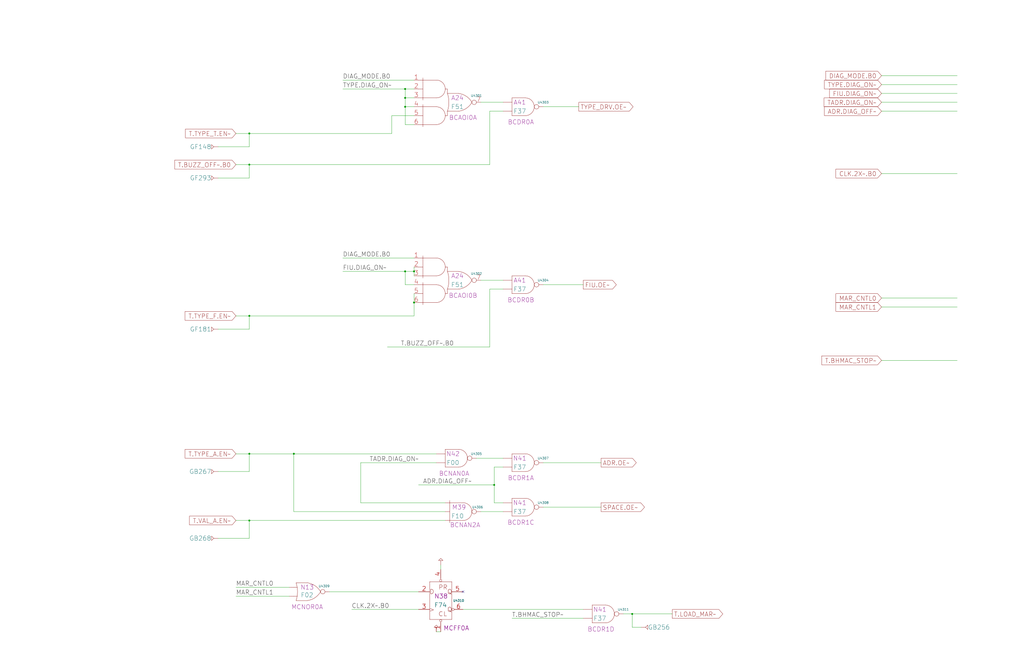
<source format=kicad_sch>
(kicad_sch (version 20250114) (generator "eeschema") (generator_version "9.0")
  (paper "User" 584.2 378.46)
  (title_block (title "BUS CONTROL") (date "15-MAR-90") (rev "1.0") (comment 1 "TYPE") (comment 2 "232-003062") (comment 3 "S400") (comment 4 "RELEASED"))
  (lib_symbols
    (symbol "r1000:F00" (pin_numbers (hide yes)) (pin_names (hide yes))
      (property "Reference" "U" (at 15.24 0 0))
      (property "Value" "F00" (at 1.905 -5.08 0))
      (property "Location" "___" (at 1.905 0 0))
      (property "Name" "______" (at 2.54 -12.7 0))
      (symbol "F00_0_1"
        (polyline (pts (xy -2.54 2.54) (xy -2.54 -7.62)) (stroke (width 0.1524)))
        (polyline (pts (xy -2.54 2.54) (xy 5.08 2.54)) (stroke (width 0.1524)))
        (polyline (pts (xy -2.54 -7.62) (xy 5.08 -7.62)) (stroke (width 0.1524)))
        (arc (start 5.08 2.54) (mid 10.1281 -2.54) (end 5.08 -7.62) (stroke (width 0.1524)))
        (circle (center 11.43 -2.54) (radius 1.27) (stroke (width 0.1524)))
      )
      (symbol "F00_0_2"
        (arc (start -3.175 2.54) (mid -2.134 -2.54) (end -3.175 -7.62) (stroke (width 0.1524)))
        (circle (center -3.81 0) (radius 1.27) (stroke (width 0.1524)))
        (circle (center -3.81 -5.08) (radius 1.27) (stroke (width 0.1524)))
        (polyline (pts (xy -3.175 2.54) (xy 3.81 2.54)) (stroke (width 0.1524)))
        (polyline (pts (xy -3.175 -7.62) (xy 3.81 -7.62)) (stroke (width 0.1524)))
        (arc (start 3.81 2.54) (mid 7.5828 0.7472) (end 10.16 -2.54) (stroke (width 0.1524)))
        (arc (start 10.16 -2.54) (mid 7.5855 -5.8306) (end 3.81 -7.62) (stroke (width 0.1524)))
      )
      (symbol "F00_1_1"
        (pin input line (at -7.62 0 0) (length 5.08) (name "D0") (number "1"))
        (pin input line (at -7.62 -5.08 0) (length 5.08) (name "D1") (number "2"))
        (pin output line (at 15.24 -2.54 180) (length 2.54) (name "Q") (number "3"))
      )
      (symbol "F00_1_2"
        (pin input line (at -7.62 0 0) (length 2.54) (name "D0") (number "1"))
        (pin input line (at -7.62 -5.08 0) (length 2.54) (name "D1") (number "2"))
        (pin output line (at 15.24 -2.54 180) (length 5.08) (name "Q") (number "3"))
      )
    )
    (symbol "r1000:F02" (pin_numbers (hide yes)) (pin_names (hide yes))
      (property "Reference" "U" (at 12.16 0.635 0))
      (property "Value" "F02" (at -1.27 -4.445 0))
      (property "Location" "___" (at 2.54 0 0))
      (property "Name" "______" (at 2.54 -12.7 0))
      (symbol "F02_0_1"
        (arc (start -3.81 2.54) (mid -2.9847 -2.54) (end -3.81 -7.62) (stroke (width 0.1524)))
        (polyline (pts (xy -5.08 0) (xy -3.175 0)) (stroke (width 0.1524)))
        (polyline (pts (xy -5.08 -5.08) (xy -3.175 -5.08)) (stroke (width 0.1524)))
        (polyline (pts (xy -3.81 2.54) (xy 2.54 2.54)) (stroke (width 0.1524)))
        (polyline (pts (xy -3.81 -7.62) (xy 2.54 -7.62)) (stroke (width 0.1524)))
        (arc (start 2.54 2.54) (mid 6.9477 0.8966) (end 10.16 -2.54) (stroke (width 0.1524)))
        (arc (start 10.16 -2.54) (mid 6.9515 -5.9823) (end 2.54 -7.62) (stroke (width 0.1524)))
        (circle (center 11.43 -2.54) (radius 1.27) (stroke (width 0.1524)))
        (polyline (pts (xy 13.97 -2.54) (xy 12.7 -2.54)) (stroke (width 0.1524)))
      )
      (symbol "F02_0_2"
        (circle (center -3.81 0) (radius 1.27) (stroke (width 0.1524)))
        (circle (center -3.81 -5.08) (radius 1.27) (stroke (width 0.1524)))
        (polyline (pts (xy -2.54 2.54) (xy -2.54 -7.62)) (stroke (width 0.1524)))
        (polyline (pts (xy -2.54 2.54) (xy 5.08 2.54)) (stroke (width 0.1524)))
        (polyline (pts (xy -2.54 -7.62) (xy 5.08 -7.62)) (stroke (width 0.1524)))
        (arc (start 5.08 2.54) (mid 10.1281 -2.54) (end 5.08 -7.62) (stroke (width 0.1524)))
        (polyline (pts (xy 11.43 -2.54) (xy 10.16 -2.54)) (stroke (width 0.1524)))
        (polyline (pts (xy 11.43 -2.54) (xy 12.7 -2.54)) (stroke (width 0.1524)))
      )
      (symbol "F02_1_1"
        (pin input line (at -7.62 0 0) (length 2.54) (name "D0") (number "1"))
        (pin input line (at -7.62 -5.08 0) (length 2.54) (name "D1") (number "2"))
        (pin output line (at 15.24 -2.54 180) (length 1.27) (name "Q") (number "3"))
      )
      (symbol "F02_1_2"
        (pin input line (at -7.62 0 0) (length 2.54) (name "D0") (number "1"))
        (pin input line (at -7.62 -5.08 0) (length 2.54) (name "D1") (number "2"))
        (pin output line (at 15.24 -2.54 180) (length 2.54) (name "Q") (number "3"))
      )
    )
    (symbol "r1000:F10" (pin_numbers (hide yes)) (pin_names (hide yes))
      (property "Reference" "U" (at 13.335 0 0))
      (property "Value" "F10" (at 5.715 -5.08 0))
      (property "Location" "___" (at -1.27 0 0))
      (property "Name" "______" (at -2.54 -10.16 0))
      (symbol "F10_0_1"
        (polyline (pts (xy -2.54 3.81) (xy -2.54 -8.89)) (stroke (width 0.1524)))
        (polyline (pts (xy -2.54 2.54) (xy 5.08 2.54)) (stroke (width 0.1524)))
        (polyline (pts (xy -2.54 -7.62) (xy 5.08 -7.62)) (stroke (width 0.1524)))
        (arc (start 5.08 2.54) (mid 10.1281 -2.54) (end 5.08 -7.62) (stroke (width 0.1524)))
        (circle (center 11.43 -2.54) (radius 1.27) (stroke (width 0.1524)))
      )
      (symbol "F10_0_2"
        (arc (start -2.54 2.54) (mid -1.8195 -2.54) (end -2.54 -7.62) (stroke (width 0.1524)))
        (polyline (pts (xy -4.445 -2.54) (xy -5.08 -2.54)) (stroke (width 0.1524)))
        (circle (center -3.81 2.54) (radius 1.27) (stroke (width 0.1524)))
        (circle (center -3.81 -7.62) (radius 1.27) (stroke (width 0.1524)))
        (circle (center -3.175 -2.54) (radius 1.27) (stroke (width 0.1524)))
        (polyline (pts (xy -2.54 2.54) (xy 5.08 2.54)) (stroke (width 0.1524)))
        (polyline (pts (xy -2.54 -7.62) (xy 5.08 -7.62)) (stroke (width 0.1524)))
        (arc (start 5.08 2.54) (mid 8.4807 0.6111) (end 10.795 -2.54) (stroke (width 0.1524)))
        (arc (start 10.795 -2.54) (mid 8.4844 -5.6952) (end 5.08 -7.62) (stroke (width 0.1524)))
        (polyline (pts (xy 10.795 -2.54) (xy 12.7 -2.54)) (stroke (width 0.1524)))
      )
      (symbol "F10_1_1"
        (pin input line (at -5.08 2.54 0) (length 2.54) (name "D0") (number "1"))
        (pin input line (at -5.08 -2.54 0) (length 2.54) (name "D1") (number "2"))
        (pin input line (at -5.08 -7.62 0) (length 2.54) (name "D2") (number "3"))
        (pin output line (at 15.24 -2.54 180) (length 2.54) (name "Q") (number "4"))
      )
      (symbol "F10_1_2"
        (pin input line (at -5.08 2.54 0) (length 0) (name "D0") (number "1"))
        (pin input line (at -5.08 -2.54 0) (length 0) (name "D1") (number "2"))
        (pin input line (at -5.08 -7.62 0) (length 0) (name "D2") (number "3"))
        (pin output line (at 15.24 -2.54 180) (length 2.54) (name "Q") (number "4"))
      )
    )
    (symbol "r1000:F37" (pin_numbers (hide yes)) (pin_names (offset 0) (hide yes))
      (property "Reference" "U" (at 15.24 0 0))
      (property "Value" "F37" (at 1.905 -5.08 0))
      (property "Location" "___" (at 1.905 0 0))
      (property "Name" "______" (at 2.54 -12.7 0))
      (symbol "F37_0_1"
        (polyline (pts (xy -2.54 2.54) (xy -2.54 -7.62)) (stroke (width 0.1524)))
        (polyline (pts (xy -2.54 2.54) (xy 5.08 2.54)) (stroke (width 0.1524)))
        (polyline (pts (xy -2.54 -7.62) (xy 5.08 -7.62)) (stroke (width 0.1524)))
        (arc (start 5.08 2.54) (mid 10.1281 -2.54) (end 5.08 -7.62) (stroke (width 0.1524)))
        (circle (center 11.43 -2.54) (radius 1.27) (stroke (width 0.1524)))
      )
      (symbol "F37_0_2"
        (arc (start -3.175 2.54) (mid -2.134 -2.54) (end -3.175 -7.62) (stroke (width 0.1524)))
        (circle (center -3.81 0) (radius 1.27) (stroke (width 0.1524)))
        (circle (center -3.81 -5.08) (radius 1.27) (stroke (width 0.1524)))
        (polyline (pts (xy -3.175 2.54) (xy 3.81 2.54)) (stroke (width 0.1524)))
        (polyline (pts (xy -3.175 -7.62) (xy 3.81 -7.62)) (stroke (width 0.1524)))
        (arc (start 3.81 2.54) (mid 7.5828 0.7472) (end 10.16 -2.54) (stroke (width 0.1524)))
        (arc (start 10.16 -2.54) (mid 7.5855 -5.8306) (end 3.81 -7.62) (stroke (width 0.1524)))
      )
      (symbol "F37_1_1"
        (pin input line (at -7.62 0 0) (length 5.08) (name "D0") (number "1"))
        (pin input line (at -7.62 -5.08 0) (length 5.08) (name "D1") (number "2"))
        (pin output line (at 15.24 -2.54 180) (length 2.54) (name "Q") (number "3"))
      )
      (symbol "F37_1_2"
        (pin input line (at -7.62 0 0) (length 2.54) (name "D0") (number "1"))
        (pin input line (at -7.62 -5.08 0) (length 2.54) (name "D1") (number "2"))
        (pin output line (at 15.24 -2.54 180) (length 5.08) (name "Q") (number "3"))
      )
    )
    (symbol "r1000:F51" (pin_names (hide yes))
      (property "Reference" "U" (at 12.7 1.27 0))
      (property "Value" "F51" (at 1.905 -5.08 0))
      (property "Location" "___" (at 1.905 0 0))
      (property "Name" "______" (at 5.08 -12.7 0))
      (symbol "F51_0_0"
        (polyline (pts (xy -20.32 10.16) (xy -17.78 10.16)) (stroke (width 0.1524)))
        (polyline (pts (xy -20.32 5.08) (xy -17.78 5.08)) (stroke (width 0.1524)))
        (polyline (pts (xy -20.32 0) (xy -17.78 0)) (stroke (width 0.1524)))
        (polyline (pts (xy -20.32 -5.08) (xy -17.78 -5.08)) (stroke (width 0.1524)))
        (polyline (pts (xy -20.32 -10.16) (xy -17.78 -10.16)) (stroke (width 0.1524)))
        (polyline (pts (xy -20.32 -15.24) (xy -17.78 -15.24)) (stroke (width 0.1524)))
        (arc (start -3.8173 2.54) (mid -2.9926 -2.54) (end -3.8173 -7.62) (stroke (width 0.1524)))
        (polyline (pts (xy -17.78 11.43) (xy -17.78 -1.27)) (stroke (width 0.1524)))
        (polyline (pts (xy -17.78 -3.81) (xy -17.78 -16.51)) (stroke (width 0.1524)))
        (polyline (pts (xy -10.16 10.16) (xy -17.78 10.16)) (stroke (width 0.1524)))
        (arc (start -10.16 10.16) (mid -6.5679 8.6721) (end -5.08 5.08) (stroke (width 0.1524)))
        (arc (start -5.08 5.08) (mid -6.5679 1.4879) (end -10.16 0) (stroke (width 0.1524)))
        (polyline (pts (xy -10.16 0) (xy -17.78 0)) (stroke (width 0.1524)))
        (polyline (pts (xy -10.16 -5.08) (xy -17.78 -5.08)) (stroke (width 0.1524)))
        (arc (start -10.16 -5.08) (mid -6.5679 -6.5679) (end -5.08 -10.16) (stroke (width 0.1524)))
        (arc (start -5.08 -10.16) (mid -6.5679 -13.7521) (end -10.16 -15.24) (stroke (width 0.1524)))
        (polyline (pts (xy -10.16 -15.24) (xy -17.78 -15.24)) (stroke (width 0.1524)))
        (polyline (pts (xy -5.08 5.08) (xy -3.81 5.08) (xy -3.81 2.54)) (stroke (width 0.1524)))
        (polyline (pts (xy -5.08 -10.16) (xy -3.81 -10.16) (xy -3.81 -7.62)) (stroke (width 0.1524)))
        (polyline (pts (xy -3.81 2.54) (xy 2.54 2.54)) (stroke (width 0.1524)))
        (polyline (pts (xy -3.81 -7.62) (xy 2.54 -7.62)) (stroke (width 0.1524)))
        (arc (start 10.16 -2.54) (mid 6.9504 -5.9807) (end 2.54 -7.62) (stroke (width 0.1524)))
        (arc (start 2.54 2.54) (mid 6.9516 0.9024) (end 10.16 -2.54) (stroke (width 0.1524)))
        (circle (center 11.43 -2.54) (radius 1.27) (stroke (width 0.1524)))
      )
      (symbol "F51_1_1"
        (pin input line (at -22.86 10.16 0) (length 2.54) (name "A1") (number "1"))
        (pin input line (at -22.86 5.08 0) (length 2.54) (name "A2") (number "2"))
        (pin input line (at -22.86 0 0) (length 2.54) (name "A3") (number "3"))
        (pin input line (at -22.86 -5.08 0) (length 2.54) (name "B1") (number "4"))
        (pin input line (at -22.86 -10.16 0) (length 2.54) (name "B2") (number "5"))
        (pin input line (at -22.86 -15.24 0) (length 2.54) (name "B3") (number "6"))
        (pin output line (at 15.24 -2.54 180) (length 2.54) (name "Q") (number "7"))
      )
    )
    (symbol "r1000:F74" (pin_names (offset 1.016) (hide yes))
      (property "Reference" "U" (at 12.7 -2.54 0))
      (property "Value" "F74" (at -1.27 -5.08 0))
      (property "Location" "___" (at -1.27 0 0))
      (property "Name" "______" (at 11.43 -19.685 0))
      (symbol "F74_0_1"
        (rectangle (start -3.81 8.255) (end 8.89 -13.335) (stroke (width 0.1524)))
        (polyline (pts (xy 2.54 10.16) (xy 2.54 9.525)) (stroke (width 0.1524)))
        (polyline (pts (xy 2.54 -15.24) (xy 2.54 -14.605)) (stroke (width 0.1524)))
      )
      (symbol "F74_1_1"
        (circle (center 2.54 8.89) (radius 0.635))
        (circle (center 2.54 -13.97) (radius 0.635))
        (circle (center 9.525 -7.62) (radius 0.635))
        (text "D" (at -2.54 2.54 0) (effects (font (size 2.54 2.54))))
        (text ">" (at -2.54 -7.62 0) (effects (font (size 2.54 2.54))))
        (text "P" (at 2.54 5.08 0) (effects (font (size 2.54 2.54))))
        (text "C" (at 2.54 -10.16 0) (effects (font (size 2.54 2.54))))
        (text "R" (at 5.08 5.08 0) (effects (font (size 2.54 2.54))))
        (text "L" (at 5.08 -10.16 0) (effects (font (size 2.54 2.54))))
        (text "Q" (at 7.62 2.54 0) (effects (font (size 2.54 2.54))))
        (text "Q" (at 7.62 -7.62 0) (effects (font (size 2.54 2.54))))
        (pin input line (at -10.16 2.54 0) (length 6.35) (name "D") (number "2"))
        (pin input line (at -10.16 -7.62 0) (length 6.35) (name "CLK") (number "3"))
        (pin input line (at 2.54 15.24 270) (length 5.08) (name "PR_") (number "4"))
        (pin input line (at 2.54 -20.32 90) (length 5.08) (name "CL_") (number "1"))
        (pin output line (at 15.24 2.54 180) (length 6.35) (name "Q") (number "5"))
        (pin output line (at 15.24 -7.62 180) (length 5.08) (name "Q_") (number "6"))
      )
    )
    (symbol "r1000:GB" (pin_numbers (hide yes)) (pin_names (offset 0) (hide yes))
      (property "Reference" "GB" (at 3.81 0 0))
      (symbol "GB_0_1"
        (polyline (pts (xy 2.54 0) (xy 3.81 1.27) (xy 3.81 -1.27) (xy 2.54 0)) (stroke (width 0.1524)))
      )
      (symbol "GB_1_1"
        (pin bidirectional line (at 0 0 0) (length 2.54) (name "") (number "1"))
      )
    )
    (symbol "r1000:GF" (pin_numbers (hide yes)) (pin_names (offset 0) (hide yes))
      (property "Reference" "GF" (at 3.81 0 0))
      (symbol "GF_0_1"
        (polyline (pts (xy 2.54 0) (xy 3.81 1.27) (xy 3.81 -1.27) (xy 2.54 0)) (stroke (width 0.1524)))
      )
      (symbol "GF_1_1"
        (pin bidirectional line (at 0 0 0) (length 2.54) (name "") (number "1"))
      )
    )
    (symbol "r1000:PU" (power) (pin_numbers (hide yes)) (pin_names (hide yes))
      (symbol "PU_0_1"
        (polyline (pts (xy 0 2.54) (xy -1.27 2.54) (xy 0 3.81) (xy 1.27 2.54) (xy 0 2.54)) (stroke (width 0.1524)))
      )
      (symbol "PU_1_1"
        (pin power_in line (at 0 0 90) (length 2.54) (name "PU") (number "1"))
      )
    )
  )
  (junction (at 231.14 55.88))
  (junction (at 236.22 172.72))
  (junction (at 142.24 297.18))
  (junction (at 231.14 60.96))
  (junction (at 281.94 276.86))
  (junction (at 142.24 76.2))
  (junction (at 142.24 259.08))
  (junction (at 231.14 50.8))
  (junction (at 360.68 350.52))
  (junction (at 167.64 259.08))
  (junction (at 231.14 154.94))
  (junction (at 142.24 180.34))
  (junction (at 142.24 93.98))
  (junction (at 236.22 154.94))
  (no_connect (at 264.16 337.82))
  (wire (pts (xy 142.24 269.24) (xy 142.24 259.08)))
  (wire (pts (xy 279.4 165.1) (xy 279.4 198.12)))
  (wire (pts (xy 195.58 50.8) (xy 231.14 50.8)))
  (wire (pts (xy 167.64 259.08) (xy 248.92 259.08)))
  (wire (pts (xy 502.92 170.18) (xy 546.1 170.18)))
  (wire (pts (xy 134.62 180.34) (xy 142.24 180.34)))
  (wire (pts (xy 236.22 167.64) (xy 236.22 172.72)))
  (wire (pts (xy 195.58 154.94) (xy 231.14 154.94)))
  (wire (pts (xy 195.58 45.72) (xy 236.22 45.72)))
  (wire (pts (xy 134.62 340.36) (xy 165.1 340.36)))
  (wire (pts (xy 502.92 205.74) (xy 546.1 205.74)))
  (wire (pts (xy 502.92 63.5) (xy 546.1 63.5)))
  (wire (pts (xy 271.78 261.62) (xy 287.02 261.62)))
  (wire (pts (xy 309.88 289.56) (xy 342.9 289.56)))
  (wire (pts (xy 142.24 297.18) (xy 254 297.18)))
  (wire (pts (xy 231.14 50.8) (xy 236.22 50.8)))
  (wire (pts (xy 134.62 259.08) (xy 142.24 259.08)))
  (wire (pts (xy 502.92 175.26) (xy 546.1 175.26)))
  (wire (pts (xy 502.92 48.26) (xy 546.1 48.26)))
  (wire (pts (xy 309.88 60.96) (xy 330.2 60.96)))
  (wire (pts (xy 281.94 266.7) (xy 281.94 276.86)))
  (wire (pts (xy 292.1 353.06) (xy 332.74 353.06)))
  (wire (pts (xy 236.22 154.94) (xy 236.22 152.4)))
  (wire (pts (xy 287.02 63.5) (xy 279.4 63.5)))
  (wire (pts (xy 365.76 358.14) (xy 360.68 358.14)))
  (wire (pts (xy 142.24 83.82) (xy 142.24 76.2)))
  (wire (pts (xy 187.96 337.82) (xy 238.76 337.82)))
  (wire (pts (xy 236.22 180.34) (xy 236.22 172.72)))
  (wire (pts (xy 231.14 162.56) (xy 231.14 154.94)))
  (wire (pts (xy 236.22 154.94) (xy 236.22 157.48)))
  (wire (pts (xy 287.02 287.02) (xy 281.94 287.02)))
  (wire (pts (xy 231.14 55.88) (xy 231.14 60.96)))
  (wire (pts (xy 124.46 83.82) (xy 142.24 83.82)))
  (wire (pts (xy 195.58 147.32) (xy 236.22 147.32)))
  (wire (pts (xy 274.32 292.1) (xy 287.02 292.1)))
  (wire (pts (xy 287.02 266.7) (xy 281.94 266.7)))
  (wire (pts (xy 124.46 101.6) (xy 142.24 101.6)))
  (wire (pts (xy 223.52 66.04) (xy 236.22 66.04)))
  (wire (pts (xy 502.92 53.34) (xy 546.1 53.34)))
  (wire (pts (xy 205.74 287.02) (xy 254 287.02)))
  (wire (pts (xy 231.14 60.96) (xy 231.14 71.12)))
  (wire (pts (xy 274.32 58.42) (xy 287.02 58.42)))
  (wire (pts (xy 355.6 350.52) (xy 360.68 350.52)))
  (wire (pts (xy 281.94 287.02) (xy 281.94 276.86)))
  (wire (pts (xy 223.52 76.2) (xy 223.52 66.04)))
  (wire (pts (xy 134.62 76.2) (xy 142.24 76.2)))
  (wire (pts (xy 502.92 99.06) (xy 546.1 99.06)))
  (wire (pts (xy 231.14 55.88) (xy 236.22 55.88)))
  (wire (pts (xy 254 292.1) (xy 167.64 292.1)))
  (wire (pts (xy 142.24 76.2) (xy 223.52 76.2)))
  (wire (pts (xy 279.4 63.5) (xy 279.4 93.98)))
  (wire (pts (xy 287.02 165.1) (xy 279.4 165.1)))
  (wire (pts (xy 251.46 322.58) (xy 251.46 325.12)))
  (wire (pts (xy 134.62 297.18) (xy 142.24 297.18)))
  (wire (pts (xy 231.14 50.8) (xy 231.14 55.88)))
  (wire (pts (xy 231.14 154.94) (xy 236.22 154.94)))
  (wire (pts (xy 360.68 350.52) (xy 383.54 350.52)))
  (wire (pts (xy 231.14 71.12) (xy 236.22 71.12)))
  (wire (pts (xy 134.62 335.28) (xy 165.1 335.28)))
  (wire (pts (xy 124.46 269.24) (xy 142.24 269.24)))
  (wire (pts (xy 360.68 358.14) (xy 360.68 350.52)))
  (wire (pts (xy 142.24 93.98) (xy 134.62 93.98)))
  (wire (pts (xy 142.24 180.34) (xy 236.22 180.34)))
  (wire (pts (xy 502.92 58.42) (xy 546.1 58.42)))
  (wire (pts (xy 502.92 43.18) (xy 546.1 43.18)))
  (wire (pts (xy 309.88 162.56) (xy 332.74 162.56)))
  (wire (pts (xy 142.24 101.6) (xy 142.24 93.98)))
  (wire (pts (xy 264.16 347.98) (xy 332.74 347.98)))
  (wire (pts (xy 220.98 198.12) (xy 279.4 198.12)))
  (wire (pts (xy 238.76 276.86) (xy 281.94 276.86)))
  (wire (pts (xy 231.14 60.96) (xy 236.22 60.96)))
  (wire (pts (xy 279.4 93.98) (xy 142.24 93.98)))
  (wire (pts (xy 248.92 264.16) (xy 205.74 264.16)))
  (wire (pts (xy 124.46 307.34) (xy 142.24 307.34)))
  (wire (pts (xy 200.66 347.98) (xy 238.76 347.98)))
  (wire (pts (xy 205.74 264.16) (xy 205.74 287.02)))
  (wire (pts (xy 274.32 160.02) (xy 287.02 160.02)))
  (wire (pts (xy 142.24 187.96) (xy 142.24 180.34)))
  (wire (pts (xy 124.46 187.96) (xy 142.24 187.96)))
  (wire (pts (xy 142.24 297.18) (xy 142.24 307.34)))
  (wire (pts (xy 167.64 292.1) (xy 167.64 259.08)))
  (wire (pts (xy 248.92 360.68) (xy 251.46 360.68)))
  (wire (pts (xy 236.22 162.56) (xy 231.14 162.56)))
  (wire (pts (xy 142.24 259.08) (xy 167.64 259.08)))
  (wire (pts (xy 309.88 264.16) (xy 342.9 264.16)))
  (label "T.BUZZ_OFF~.B0" (at 228.6 198.12 0) (effects (font (size 2.54 2.54))))
  (label "DIAG_MODE.B0" (at 195.58 147.32 0) (effects (font (size 2.54 2.54))))
  (label "MAR_CNTL1" (at 134.62 340.36 0) (effects (font (size 2.54 2.54))))
  (label "CLK.2X~.B0" (at 200.66 347.98 0) (effects (font (size 2.54 2.54))))
  (label "DIAG_MODE.B0" (at 195.58 45.72 0) (effects (font (size 2.54 2.54))))
  (label "FIU.DIAG_ON~" (at 195.58 154.94 0) (effects (font (size 2.54 2.54))))
  (label "T.BHMAC_STOP~" (at 292.1 353.06 0) (effects (font (size 2.54 2.54))))
  (label "TYPE.DIAG_ON~" (at 195.58 50.8 0) (effects (font (size 2.54 2.54))))
  (label "TADR.DIAG_ON~" (at 210.82 264.16 0) (effects (font (size 2.54 2.54))))
  (label "MAR_CNTL0" (at 134.62 335.28 0) (effects (font (size 2.54 2.54))))
  (label "ADR.DIAG_OFF~" (at 241.3 276.86 0) (effects (font (size 2.54 2.54))))
  (global_label "FIU.DIAG_ON~" (shape input) (at 502.92 53.34 180) (effects (font (size 2.54 2.54))) (property "Intersheetrefs" "${INTERSHEET_REFS}" (at 473.2988 53.1813 0) (effects (font (size 1.905 1.905)) (justify right))))
  (global_label "MAR_CNTL0" (shape input) (at 502.92 170.18 180) (effects (font (size 2.54 2.54))) (property "Intersheetrefs" "${INTERSHEET_REFS}" (at 476.9273 170.0213 0) (effects (font (size 1.905 1.905)) (justify right))))
  (global_label "TADR.DIAG_ON~" (shape input) (at 502.92 58.42 180) (effects (font (size 2.54 2.54))) (property "Intersheetrefs" "${INTERSHEET_REFS}" (at 470.154 58.2613 0) (effects (font (size 1.905 1.905)) (justify right))))
  (global_label "T.TYPE_T.EN~" (shape input) (at 134.62 76.2 180) (effects (font (size 2.54 2.54))) (property "Intersheetrefs" "${INTERSHEET_REFS}" (at 105.1787 76.2 0) (effects (font (size 1.905 1.905)) (justify right))))
  (global_label "T.BUZZ_OFF~.B0" (shape input) (at 134.62 93.98 180) (effects (font (size 2.54 2.54))) (property "Intersheetrefs" "${INTERSHEET_REFS}" (at 99.6769 93.8213 0) (effects (font (size 1.905 1.905)) (justify right))))
  (global_label "MAR_CNTL1" (shape input) (at 502.92 175.26 180) (effects (font (size 2.54 2.54))) (property "Intersheetrefs" "${INTERSHEET_REFS}" (at 476.9273 175.1013 0) (effects (font (size 1.905 1.905)) (justify right))))
  (global_label "T.BHMAC_STOP~" (shape input) (at 502.92 205.74 180) (effects (font (size 2.54 2.54))) (property "Intersheetrefs" "${INTERSHEET_REFS}" (at 468.8235 205.5813 0) (effects (font (size 1.905 1.905)) (justify right))))
  (global_label "ADR.DIAG_OFF~" (shape input) (at 502.92 63.5 180) (effects (font (size 2.54 2.54))) (property "Intersheetrefs" "${INTERSHEET_REFS}" (at 470.3959 63.3413 0) (effects (font (size 1.905 1.905)) (justify right))))
  (global_label "TYPE_DRV.OE~" (shape output) (at 330.2 60.96 0) (effects (font (size 2.54 2.54))) (property "Intersheetrefs" "${INTERSHEET_REFS}" (at 361.1517 60.8013 0) (effects (font (size 1.905 1.905)) (justify left))))
  (global_label "T.TYPE_F.EN~" (shape input) (at 134.62 180.34 180) (effects (font (size 2.54 2.54))) (property "Intersheetrefs" "${INTERSHEET_REFS}" (at 105.6035 180.1813 0) (effects (font (size 1.905 1.905)) (justify right))))
  (global_label "TYPE.DIAG_ON~" (shape input) (at 502.92 48.26 180) (effects (font (size 2.54 2.54))) (property "Intersheetrefs" "${INTERSHEET_REFS}" (at 470.3959 48.1013 0) (effects (font (size 1.905 1.905)) (justify right))))
  (global_label "ADR.OE~" (shape output) (at 342.9 264.16 0) (effects (font (size 2.54 2.54))) (property "Intersheetrefs" "${INTERSHEET_REFS}" (at 362.966 264.0013 0) (effects (font (size 1.905 1.905)) (justify left))))
  (global_label "T.VAL_A.EN~" (shape input) (at 134.62 297.18 180) (effects (font (size 2.54 2.54))) (property "Intersheetrefs" "${INTERSHEET_REFS}" (at 108.1435 297.0213 0) (effects (font (size 1.905 1.905)) (justify right))))
  (global_label "SPACE.OE~" (shape output) (at 342.9 289.56 0) (effects (font (size 2.54 2.54))) (property "Intersheetrefs" "${INTERSHEET_REFS}" (at 367.6831 289.4013 0) (effects (font (size 1.905 1.905)) (justify left))))
  (global_label "FIU.OE~" (shape output) (at 332.74 162.56 0) (effects (font (size 2.54 2.54))) (property "Intersheetrefs" "${INTERSHEET_REFS}" (at 351.5965 162.4013 0) (effects (font (size 1.905 1.905)) (justify left))))
  (global_label "CLK.2X~.B0" (shape input) (at 502.92 99.06 180) (effects (font (size 2.54 2.54))) (property "Intersheetrefs" "${INTERSHEET_REFS}" (at 476.9273 98.9013 0) (effects (font (size 1.905 1.905)) (justify right))))
  (global_label "DIAG_MODE.B0" (shape input) (at 502.92 43.18 180) (effects (font (size 2.54 2.54))) (property "Intersheetrefs" "${INTERSHEET_REFS}" (at 471.1216 43.0213 0) (effects (font (size 1.905 1.905)) (justify right))))
  (global_label "T.LOAD_MAR~" (shape output) (at 383.54 350.52 0) (effects (font (size 2.54 2.54))) (property "Intersheetrefs" "${INTERSHEET_REFS}" (at 412.3146 350.3613 0) (effects (font (size 1.905 1.905)) (justify left))))
  (global_label "T.TYPE_A.EN~" (shape input) (at 134.62 259.08 180) (effects (font (size 2.54 2.54))) (property "Intersheetrefs" "${INTERSHEET_REFS}" (at 105.6035 258.9213 0) (effects (font (size 1.905 1.905)) (justify right))))
  (symbol (lib_id "r1000:GB") (at 365.76 358.14 0) (unit 1)
    (property "Reference" "GB256" (at 369.57 358.14 0) (effects (font (size 2.54 2.54)) (justify left)))
    (property "Value" "GB" (effects (hide yes)))
  )
  (symbol (lib_id "r1000:F10") (at 259.08 289.56 0) (unit 1)
    (property "Reference" "U4306" (at 272.415 289.56 0))
    (property "Value" "F10" (at 264.795 294.64 0) (effects (font (size 2.54 2.54)) (justify right)))
    (property "Location" "M39" (at 257.81 289.56 0) (effects (font (size 2.54 2.54)) (justify left)))
    (property "Name" "BCNAN2A" (at 256.54 299.72 0) (effects (font (size 2.54 2.54)) (justify left)))
  )
  (symbol (lib_id "r1000:GB") (at 124.46 269.24 0) (mirror y) (unit 1)
    (property "Reference" "GB267" (at 120.65 269.24 0) (effects (font (size 2.54 2.54)) (justify left)))
    (property "Value" "GB" (effects (hide yes)))
  )
  (symbol (lib_id "r1000:F37") (at 294.64 160.02 0) (unit 1)
    (property "Reference" "U4304" (at 309.88 160.02 0))
    (property "Value" "F37" (at 296.545 165.1 0) (effects (font (size 2.54 2.54))))
    (property "Location" "A41" (at 296.545 160.02 0) (effects (font (size 2.54 2.54))))
    (property "Name" "BCDR0B" (at 297.18 172.72 0) (effects (font (size 2.54 2.54)) (justify bottom)))
  )
  (symbol (lib_id "r1000:F51") (at 259.08 55.88 0) (unit 1)
    (property "Reference" "U4301" (at 271.78 54.61 0))
    (property "Value" "F51" (at 260.985 60.96 0) (effects (font (size 2.54 2.54))))
    (property "Location" "A24" (at 260.985 55.88 0) (effects (font (size 2.54 2.54))))
    (property "Name" "BCAOI0A" (at 264.16 68.58 0) (effects (font (size 2.54 2.54)) (justify bottom)))
  )
  (symbol (lib_id "r1000:F74") (at 248.92 340.36 0) (unit 1)
    (property "Reference" "U4310" (at 261.62 342.9 0))
    (property "Value" "F74" (at 247.65 345.44 0) (effects (font (size 2.54 2.54)) (justify left)))
    (property "Location" "N38" (at 247.65 340.36 0) (effects (font (size 2.54 2.54)) (justify left)))
    (property "Name" "MCFF0A" (at 260.35 360.045 0) (effects (font (size 2.54 2.54)) (justify bottom)))
  )
  (symbol (lib_id "r1000:PU") (at 248.92 360.68 0) (unit 1)
    (property "Reference" "#PWR04301" (effects (hide yes)))
    (property "Value" "PU" (effects (hide yes)))
  )
  (symbol (lib_id "r1000:GF") (at 124.46 83.82 0) (mirror y) (unit 1)
    (property "Reference" "GF148" (at 120.65 83.82 0) (effects (font (size 2.54 2.54)) (justify left)))
    (property "Value" "GF" (effects (hide yes)))
  )
  (symbol (lib_id "r1000:F02") (at 172.72 335.28 0) (unit 1)
    (property "Reference" "U4309" (at 184.88 334.645 0))
    (property "Value" "F02" (at 171.45 339.725 0) (effects (font (size 2.54 2.54)) (justify left)))
    (property "Location" "N13" (at 175.26 335.28 0) (effects (font (size 2.54 2.54))))
    (property "Name" "MCNOR0A" (at 175.26 347.98 0) (effects (font (size 2.54 2.54)) (justify bottom)))
  )
  (symbol (lib_id "r1000:GF") (at 124.46 187.96 0) (mirror y) (unit 1)
    (property "Reference" "GF181" (at 120.65 187.96 0) (effects (font (size 2.54 2.54)) (justify left)))
    (property "Value" "GF" (effects (hide yes)))
  )
  (symbol (lib_id "r1000:GB") (at 124.46 307.34 0) (mirror y) (unit 1)
    (property "Reference" "GB268" (at 120.65 307.34 0) (effects (font (size 2.54 2.54)) (justify left)))
    (property "Value" "GB" (effects (hide yes)))
  )
  (symbol (lib_id "r1000:GF") (at 124.46 101.6 0) (mirror y) (unit 1)
    (property "Reference" "GF293" (at 120.65 101.6 0) (effects (font (size 2.54 2.54)) (justify left)))
    (property "Value" "GF" (effects (hide yes)))
  )
  (symbol (lib_id "r1000:F37") (at 294.64 261.62 0) (unit 1)
    (property "Reference" "U4307" (at 309.88 261.62 0))
    (property "Value" "F37" (at 296.545 266.7 0) (effects (font (size 2.54 2.54))))
    (property "Location" "N41" (at 296.545 261.62 0) (effects (font (size 2.54 2.54))))
    (property "Name" "BCDR1A" (at 297.18 274.32 0) (effects (font (size 2.54 2.54)) (justify bottom)))
  )
  (symbol (lib_id "r1000:F00") (at 256.54 259.08 0) (unit 1)
    (property "Reference" "U4305" (at 271.78 259.08 0))
    (property "Value" "F00" (at 258.445 264.16 0) (effects (font (size 2.54 2.54))))
    (property "Location" "N42" (at 258.445 259.08 0) (effects (font (size 2.54 2.54))))
    (property "Name" "BCNAN0A" (at 259.08 271.78 0) (effects (font (size 2.54 2.54)) (justify bottom)))
  )
  (symbol (lib_id "r1000:F37") (at 294.64 287.02 0) (unit 1)
    (property "Reference" "U4308" (at 309.88 287.02 0))
    (property "Value" "F37" (at 296.545 292.1 0) (effects (font (size 2.54 2.54))))
    (property "Location" "N41" (at 296.545 287.02 0) (effects (font (size 2.54 2.54))))
    (property "Name" "BCDR1C" (at 297.18 299.72 0) (effects (font (size 2.54 2.54)) (justify bottom)))
  )
  (symbol (lib_id "r1000:F37") (at 340.36 347.98 0) (unit 1)
    (property "Reference" "U4311" (at 355.6 347.98 0))
    (property "Value" "F37" (at 342.265 353.06 0) (effects (font (size 2.54 2.54))))
    (property "Location" "N41" (at 342.265 347.98 0) (effects (font (size 2.54 2.54))))
    (property "Name" "BCDR1D" (at 342.9 360.68 0) (effects (font (size 2.54 2.54)) (justify bottom)))
  )
  (symbol (lib_id "r1000:F37") (at 294.64 58.42 0) (unit 1)
    (property "Reference" "U4303" (at 309.88 58.42 0))
    (property "Value" "F37" (at 296.545 63.5 0) (effects (font (size 2.54 2.54))))
    (property "Location" "A41" (at 296.545 58.42 0) (effects (font (size 2.54 2.54))))
    (property "Name" "BCDR0A" (at 297.18 71.12 0) (effects (font (size 2.54 2.54)) (justify bottom)))
  )
  (symbol (lib_id "r1000:F51") (at 259.08 157.48 0) (unit 1)
    (property "Reference" "U4302" (at 271.78 156.21 0))
    (property "Value" "F51" (at 260.985 162.56 0) (effects (font (size 2.54 2.54))))
    (property "Location" "A24" (at 260.985 157.48 0) (effects (font (size 2.54 2.54))))
    (property "Name" "BCAOI0B" (at 264.16 170.18 0) (effects (font (size 2.54 2.54)) (justify bottom)))
  )
  (symbol (lib_id "r1000:PU") (at 251.46 322.58 0) (unit 1)
    (property "Reference" "#PWR04302" (effects (hide yes)))
    (property "Value" "PU" (effects (hide yes)))
  )
)
</source>
